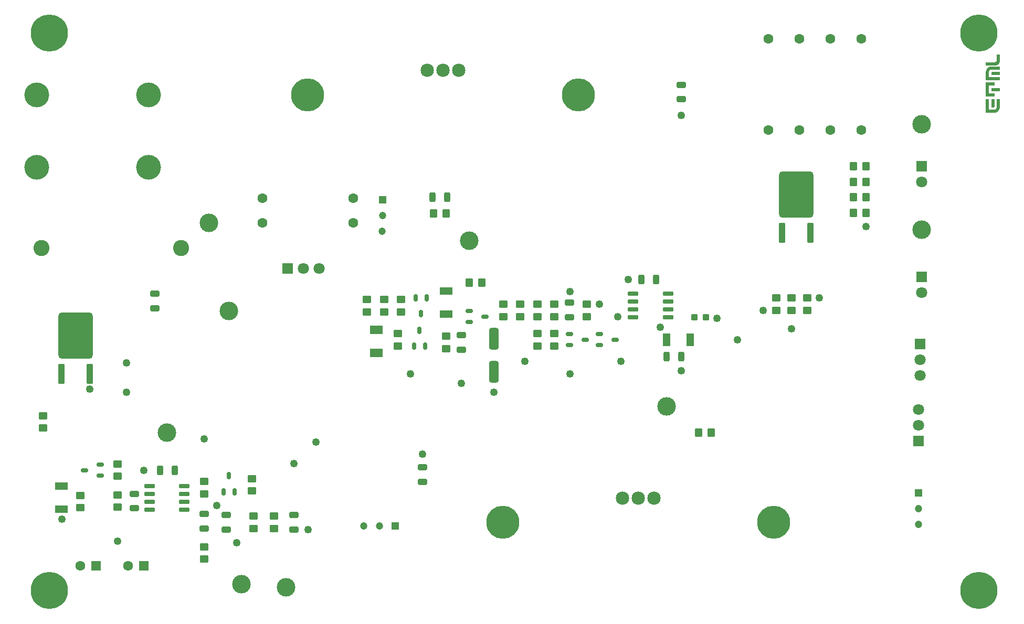
<source format=gts>
G04*
G04 #@! TF.GenerationSoftware,Altium Limited,Altium Designer,23.6.0 (18)*
G04*
G04 Layer_Color=8388736*
%FSLAX44Y44*%
%MOMM*%
G71*
G04*
G04 #@! TF.SameCoordinates,77718BC8-0557-480E-A45E-325B9DFD1D5B*
G04*
G04*
G04 #@! TF.FilePolarity,Negative*
G04*
G01*
G75*
%ADD18R,1.2500X2.0000*%
G04:AMPARAMS|DCode=19|XSize=0.65mm|YSize=1.65mm|CornerRadius=0.0488mm|HoleSize=0mm|Usage=FLASHONLY|Rotation=90.000|XOffset=0mm|YOffset=0mm|HoleType=Round|Shape=RoundedRectangle|*
%AMROUNDEDRECTD19*
21,1,0.6500,1.5525,0,0,90.0*
21,1,0.5525,1.6500,0,0,90.0*
1,1,0.0975,0.7763,0.2763*
1,1,0.0975,0.7763,-0.2763*
1,1,0.0975,-0.7763,-0.2763*
1,1,0.0975,-0.7763,0.2763*
%
%ADD19ROUNDEDRECTD19*%
G04:AMPARAMS|DCode=20|XSize=0.65mm|YSize=1.15mm|CornerRadius=0.1625mm|HoleSize=0mm|Usage=FLASHONLY|Rotation=0.000|XOffset=0mm|YOffset=0mm|HoleType=Round|Shape=RoundedRectangle|*
%AMROUNDEDRECTD20*
21,1,0.6500,0.8250,0,0,0.0*
21,1,0.3250,1.1500,0,0,0.0*
1,1,0.3250,0.1625,-0.4125*
1,1,0.3250,-0.1625,-0.4125*
1,1,0.3250,-0.1625,0.4125*
1,1,0.3250,0.1625,0.4125*
%
%ADD20ROUNDEDRECTD20*%
G04:AMPARAMS|DCode=21|XSize=1.6mm|YSize=3.5mm|CornerRadius=0.4mm|HoleSize=0mm|Usage=FLASHONLY|Rotation=180.000|XOffset=0mm|YOffset=0mm|HoleType=Round|Shape=RoundedRectangle|*
%AMROUNDEDRECTD21*
21,1,1.6000,2.7000,0,0,180.0*
21,1,0.8000,3.5000,0,0,180.0*
1,1,0.8000,-0.4000,1.3500*
1,1,0.8000,0.4000,1.3500*
1,1,0.8000,0.4000,-1.3500*
1,1,0.8000,-0.4000,-1.3500*
%
%ADD21ROUNDEDRECTD21*%
%ADD22R,2.0300X1.4000*%
%ADD23R,2.0000X1.2500*%
G04:AMPARAMS|DCode=24|XSize=1.55mm|YSize=0.95mm|CornerRadius=0.2375mm|HoleSize=0mm|Usage=FLASHONLY|Rotation=90.000|XOffset=0mm|YOffset=0mm|HoleType=Round|Shape=RoundedRectangle|*
%AMROUNDEDRECTD24*
21,1,1.5500,0.4750,0,0,90.0*
21,1,1.0750,0.9500,0,0,90.0*
1,1,0.4750,0.2375,0.5375*
1,1,0.4750,0.2375,-0.5375*
1,1,0.4750,-0.2375,-0.5375*
1,1,0.4750,-0.2375,0.5375*
%
%ADD24ROUNDEDRECTD24*%
G04:AMPARAMS|DCode=25|XSize=1.55mm|YSize=0.95mm|CornerRadius=0.2375mm|HoleSize=0mm|Usage=FLASHONLY|Rotation=180.000|XOffset=0mm|YOffset=0mm|HoleType=Round|Shape=RoundedRectangle|*
%AMROUNDEDRECTD25*
21,1,1.5500,0.4750,0,0,180.0*
21,1,1.0750,0.9500,0,0,180.0*
1,1,0.4750,-0.5375,0.2375*
1,1,0.4750,0.5375,0.2375*
1,1,0.4750,0.5375,-0.2375*
1,1,0.4750,-0.5375,-0.2375*
%
%ADD25ROUNDEDRECTD25*%
G04:AMPARAMS|DCode=26|XSize=1.05mm|YSize=1.1mm|CornerRadius=0.2625mm|HoleSize=0mm|Usage=FLASHONLY|Rotation=270.000|XOffset=0mm|YOffset=0mm|HoleType=Round|Shape=RoundedRectangle|*
%AMROUNDEDRECTD26*
21,1,1.0500,0.5750,0,0,270.0*
21,1,0.5250,1.1000,0,0,270.0*
1,1,0.5250,-0.2875,-0.2625*
1,1,0.5250,-0.2875,0.2625*
1,1,0.5250,0.2875,0.2625*
1,1,0.5250,0.2875,-0.2625*
%
%ADD26ROUNDEDRECTD26*%
G04:AMPARAMS|DCode=27|XSize=1.05mm|YSize=3.3mm|CornerRadius=0.2625mm|HoleSize=0mm|Usage=FLASHONLY|Rotation=180.000|XOffset=0mm|YOffset=0mm|HoleType=Round|Shape=RoundedRectangle|*
%AMROUNDEDRECTD27*
21,1,1.0500,2.7750,0,0,180.0*
21,1,0.5250,3.3000,0,0,180.0*
1,1,0.5250,-0.2625,1.3875*
1,1,0.5250,0.2625,1.3875*
1,1,0.5250,0.2625,-1.3875*
1,1,0.5250,-0.2625,-1.3875*
%
%ADD27ROUNDEDRECTD27*%
G04:AMPARAMS|DCode=28|XSize=0.65mm|YSize=1.15mm|CornerRadius=0.1625mm|HoleSize=0mm|Usage=FLASHONLY|Rotation=90.000|XOffset=0mm|YOffset=0mm|HoleType=Round|Shape=RoundedRectangle|*
%AMROUNDEDRECTD28*
21,1,0.6500,0.8250,0,0,90.0*
21,1,0.3250,1.1500,0,0,90.0*
1,1,0.3250,0.4125,0.1625*
1,1,0.3250,0.4125,-0.1625*
1,1,0.3250,-0.4125,-0.1625*
1,1,0.3250,-0.4125,0.1625*
%
%ADD28ROUNDEDRECTD28*%
G04:AMPARAMS|DCode=29|XSize=1.4mm|YSize=1.2mm|CornerRadius=0.15mm|HoleSize=0mm|Usage=FLASHONLY|Rotation=90.000|XOffset=0mm|YOffset=0mm|HoleType=Round|Shape=RoundedRectangle|*
%AMROUNDEDRECTD29*
21,1,1.4000,0.9000,0,0,90.0*
21,1,1.1000,1.2000,0,0,90.0*
1,1,0.3000,0.4500,0.5500*
1,1,0.3000,0.4500,-0.5500*
1,1,0.3000,-0.4500,-0.5500*
1,1,0.3000,-0.4500,0.5500*
%
%ADD29ROUNDEDRECTD29*%
G04:AMPARAMS|DCode=30|XSize=1.4mm|YSize=1.2mm|CornerRadius=0.15mm|HoleSize=0mm|Usage=FLASHONLY|Rotation=180.000|XOffset=0mm|YOffset=0mm|HoleType=Round|Shape=RoundedRectangle|*
%AMROUNDEDRECTD30*
21,1,1.4000,0.9000,0,0,180.0*
21,1,1.1000,1.2000,0,0,180.0*
1,1,0.3000,-0.5500,0.4500*
1,1,0.3000,0.5500,0.4500*
1,1,0.3000,0.5500,-0.4500*
1,1,0.3000,-0.5500,-0.4500*
%
%ADD30ROUNDEDRECTD30*%
G04:AMPARAMS|DCode=31|XSize=5.55mm|YSize=7.5mm|CornerRadius=0.555mm|HoleSize=0mm|Usage=FLASHONLY|Rotation=180.000|XOffset=0mm|YOffset=0mm|HoleType=Round|Shape=RoundedRectangle|*
%AMROUNDEDRECTD31*
21,1,5.5500,6.3900,0,0,180.0*
21,1,4.4400,7.5000,0,0,180.0*
1,1,1.1100,-2.2200,3.1950*
1,1,1.1100,2.2200,3.1950*
1,1,1.1100,2.2200,-3.1950*
1,1,1.1100,-2.2200,-3.1950*
%
%ADD31ROUNDEDRECTD31*%
%ADD32R,1.6000X1.6000*%
%ADD33C,1.6000*%
%ADD34C,3.0000*%
%ADD35C,1.8000*%
%ADD36R,1.8000X1.8000*%
%ADD37C,2.6000*%
%ADD38C,5.3340*%
%ADD39C,2.1590*%
%ADD40C,6.0000*%
%ADD41C,4.0000*%
%ADD42R,1.8000X1.8000*%
%ADD43R,1.2000X1.2000*%
%ADD44C,1.2000*%
%ADD45R,1.2000X1.2000*%
%ADD46C,1.2500*%
G36*
X1583500Y904779D02*
X1583477Y904638D01*
Y904473D01*
X1583453Y904285D01*
X1583430Y904074D01*
X1583383Y903839D01*
X1583289Y903322D01*
X1583124Y902711D01*
X1582913Y902077D01*
X1582631Y901442D01*
X1582255Y900784D01*
X1582043Y900455D01*
X1581785Y900150D01*
X1581526Y899845D01*
X1581221Y899539D01*
X1580916Y899281D01*
X1580563Y899022D01*
X1580164Y898787D01*
X1579764Y898576D01*
X1579318Y898388D01*
X1578824Y898223D01*
X1578308Y898082D01*
X1577744Y897988D01*
X1577156Y897941D01*
X1576522Y897918D01*
X1560968D01*
Y902922D01*
X1574126D01*
X1574149D01*
X1574173D01*
X1574314D01*
X1574525Y902946D01*
X1574807Y902993D01*
X1575159Y903040D01*
X1575535Y903134D01*
X1575935Y903275D01*
X1576334Y903439D01*
X1576757Y903674D01*
X1577133Y903956D01*
X1577509Y904309D01*
X1577838Y904732D01*
X1578120Y905248D01*
X1578331Y905836D01*
X1578402Y906165D01*
X1578449Y906517D01*
X1578496Y906893D01*
Y915445D01*
X1583500D01*
Y904779D01*
D02*
G37*
G36*
Y882576D02*
X1569732D01*
Y885043D01*
X1569755Y885184D01*
X1569779Y885348D01*
X1569849Y885536D01*
X1569920Y885771D01*
X1570037Y886006D01*
X1570178Y886264D01*
X1570343Y886499D01*
X1570578Y886758D01*
X1570860Y886969D01*
X1571189Y887181D01*
X1571588Y887345D01*
X1572034Y887463D01*
X1572551Y887557D01*
X1573162Y887580D01*
X1583500D01*
Y882576D01*
D02*
G37*
G36*
Y891339D02*
X1570296D01*
X1569896D01*
X1569544Y891292D01*
X1569192Y891222D01*
X1568863Y891151D01*
X1568299Y890940D01*
X1567805Y890658D01*
X1567382Y890329D01*
X1567030Y889977D01*
X1566748Y889577D01*
X1566513Y889178D01*
X1566325Y888778D01*
X1566208Y888379D01*
X1566114Y888027D01*
X1566043Y887698D01*
X1565996Y887416D01*
X1565973Y887204D01*
Y878817D01*
X1583500D01*
Y873812D01*
X1560968D01*
Y887016D01*
X1560992Y887862D01*
X1561062Y888661D01*
X1561203Y889413D01*
X1561368Y890094D01*
X1561579Y890752D01*
X1561838Y891339D01*
X1562120Y891903D01*
X1562425Y892420D01*
X1562777Y892890D01*
X1563130Y893313D01*
X1563506Y893712D01*
X1563929Y894065D01*
X1564328Y894394D01*
X1564751Y894676D01*
X1565197Y894958D01*
X1565620Y895169D01*
X1566067Y895380D01*
X1566490Y895568D01*
X1566936Y895709D01*
X1567335Y895850D01*
X1568134Y896062D01*
X1568487Y896132D01*
X1568839Y896203D01*
X1569145Y896250D01*
X1569427Y896273D01*
X1569685Y896320D01*
X1569896D01*
X1570061Y896344D01*
X1570202D01*
X1570272D01*
X1570296D01*
X1583500D01*
Y891339D01*
D02*
G37*
G36*
Y856426D02*
X1569732D01*
Y861430D01*
X1583500D01*
Y856426D01*
D02*
G37*
G36*
X1574736Y865189D02*
X1565973D01*
Y852667D01*
X1574736D01*
Y847662D01*
X1560968D01*
Y870194D01*
X1574736D01*
Y865189D01*
D02*
G37*
G36*
Y831263D02*
X1574713Y831122D01*
X1574666Y830910D01*
X1574572Y830699D01*
X1574431Y830464D01*
X1574220Y830252D01*
X1574079Y830182D01*
X1573891Y830111D01*
X1573703Y830088D01*
X1573491Y830064D01*
X1569732D01*
Y843832D01*
X1574736D01*
Y831263D01*
D02*
G37*
G36*
X1583500Y831075D02*
X1583477Y830887D01*
X1583453Y830652D01*
X1583430Y830393D01*
X1583406Y830088D01*
X1583336Y829735D01*
X1583265Y829383D01*
X1583195Y828984D01*
X1582983Y828138D01*
X1582819Y827691D01*
X1582654Y827245D01*
X1582466Y826775D01*
X1582255Y826305D01*
X1581996Y825835D01*
X1581714Y825365D01*
X1581409Y824919D01*
X1581057Y824473D01*
X1580681Y824026D01*
X1580258Y823627D01*
X1579788Y823227D01*
X1579271Y822875D01*
X1578730Y822523D01*
X1578120Y822217D01*
X1577485Y821959D01*
X1576804Y821724D01*
X1576052Y821559D01*
X1575253Y821418D01*
X1574407Y821324D01*
X1573491Y821301D01*
X1560968D01*
Y843832D01*
X1565973D01*
Y826305D01*
X1565996D01*
X1566020D01*
X1566090D01*
X1566208D01*
X1566372D01*
X1566607D01*
X1566913D01*
X1567101D01*
X1567312D01*
X1567547D01*
X1567829D01*
X1568111D01*
X1568416D01*
X1568769D01*
X1569145D01*
X1569568D01*
X1570014D01*
X1570507D01*
X1571024D01*
X1571564D01*
X1572175D01*
X1572810D01*
X1573491D01*
X1573515D01*
X1573538D01*
X1573609D01*
X1573703D01*
X1573961Y826329D01*
X1574267Y826376D01*
X1574666Y826470D01*
X1575089Y826564D01*
X1575535Y826728D01*
X1576005Y826939D01*
X1576475Y827198D01*
X1576921Y827527D01*
X1577344Y827926D01*
X1577720Y828420D01*
X1577885Y828702D01*
X1578049Y828984D01*
X1578167Y829313D01*
X1578284Y829665D01*
X1578378Y830041D01*
X1578449Y830440D01*
X1578472Y830863D01*
X1578496Y831310D01*
Y843832D01*
X1583500D01*
Y831075D01*
D02*
G37*
D18*
X1083750Y455000D02*
D03*
X1046250D02*
D03*
D19*
X991750Y529050D02*
D03*
Y516350D02*
D03*
Y503650D02*
D03*
Y490950D02*
D03*
X1048250Y529050D02*
D03*
Y516350D02*
D03*
Y503650D02*
D03*
Y490950D02*
D03*
X268250Y180950D02*
D03*
Y193650D02*
D03*
Y206350D02*
D03*
Y219050D02*
D03*
X211750Y180950D02*
D03*
Y193650D02*
D03*
Y206350D02*
D03*
Y219050D02*
D03*
D20*
X659000Y522750D02*
D03*
X641000D02*
D03*
X650000Y497250D02*
D03*
X656500Y444750D02*
D03*
X638500D02*
D03*
X647500Y470250D02*
D03*
X331000Y209750D02*
D03*
X349000D02*
D03*
X340000Y235250D02*
D03*
D21*
X767500Y457000D02*
D03*
Y403000D02*
D03*
D22*
X577500Y434100D02*
D03*
Y470900D02*
D03*
D23*
X690000Y496250D02*
D03*
Y533750D02*
D03*
X70000Y181250D02*
D03*
Y218750D02*
D03*
D24*
X668250Y685000D02*
D03*
X691750D02*
D03*
X1028750Y552500D02*
D03*
X1005250D02*
D03*
X1046250Y427500D02*
D03*
X1069750D02*
D03*
X229284Y244404D02*
D03*
X252784D02*
D03*
D25*
X220000Y505750D02*
D03*
Y529250D02*
D03*
X652324Y225750D02*
D03*
Y249250D02*
D03*
X1070000Y843250D02*
D03*
Y866750D02*
D03*
X445000Y148250D02*
D03*
Y171750D02*
D03*
X715000Y438750D02*
D03*
Y462250D02*
D03*
X889500Y491700D02*
D03*
Y515200D02*
D03*
X187500Y182850D02*
D03*
Y206350D02*
D03*
X300000Y150000D02*
D03*
Y173500D02*
D03*
X335250Y148250D02*
D03*
Y171750D02*
D03*
D26*
X1091000Y490950D02*
D03*
X1109000D02*
D03*
D27*
X69772Y400000D02*
D03*
X115372D02*
D03*
X1232500Y627500D02*
D03*
X1278100D02*
D03*
D28*
X937250Y464000D02*
D03*
Y446000D02*
D03*
X962750Y455000D02*
D03*
X889500Y464000D02*
D03*
Y446000D02*
D03*
X915000Y455000D02*
D03*
X107250Y244404D02*
D03*
X132750Y235404D02*
D03*
Y253404D02*
D03*
X727250Y501500D02*
D03*
Y483500D02*
D03*
X752750Y492500D02*
D03*
D29*
X670000Y658598D02*
D03*
X690000D02*
D03*
X1347500Y735000D02*
D03*
X1367500D02*
D03*
X1097500Y305000D02*
D03*
X1117500D02*
D03*
X1347500Y710000D02*
D03*
X1367500D02*
D03*
X1347500Y685000D02*
D03*
X1367500D02*
D03*
X1347500Y660000D02*
D03*
X1367500D02*
D03*
X727500Y547500D02*
D03*
X747500D02*
D03*
D30*
X40000Y332500D02*
D03*
Y312500D02*
D03*
X1247500Y522500D02*
D03*
Y502500D02*
D03*
X1272500Y522500D02*
D03*
Y502500D02*
D03*
X1222500D02*
D03*
Y522500D02*
D03*
X562500Y520000D02*
D03*
Y500000D02*
D03*
X590000D02*
D03*
Y520000D02*
D03*
X837500Y492500D02*
D03*
Y512500D02*
D03*
X865000D02*
D03*
Y492500D02*
D03*
X617500Y520000D02*
D03*
Y500000D02*
D03*
X810000Y492500D02*
D03*
Y512500D02*
D03*
X917500Y492500D02*
D03*
Y512500D02*
D03*
X782500D02*
D03*
Y492500D02*
D03*
X690000Y460500D02*
D03*
Y440500D02*
D03*
X865000Y465000D02*
D03*
Y445000D02*
D03*
X612500D02*
D03*
Y465000D02*
D03*
X837500Y444750D02*
D03*
Y464750D02*
D03*
X380000Y170000D02*
D03*
Y150000D02*
D03*
X100000Y203650D02*
D03*
Y183650D02*
D03*
X160000Y234404D02*
D03*
Y254404D02*
D03*
X376874Y230800D02*
D03*
Y210800D02*
D03*
X300000Y100800D02*
D03*
Y120800D02*
D03*
Y226204D02*
D03*
Y206204D02*
D03*
X412424Y150000D02*
D03*
Y170000D02*
D03*
X160000Y184404D02*
D03*
Y204404D02*
D03*
D31*
X92572Y461500D02*
D03*
X1255300Y689000D02*
D03*
D32*
X202700Y90000D02*
D03*
X125450D02*
D03*
D33*
X177300D02*
D03*
X100050D02*
D03*
X393801Y643598D02*
D03*
X540801D02*
D03*
X393801Y683598D02*
D03*
X540801D02*
D03*
X1210000Y793801D02*
D03*
Y940801D02*
D03*
X1260000Y793801D02*
D03*
Y940801D02*
D03*
X1310000Y793801D02*
D03*
Y940801D02*
D03*
X1360000Y793801D02*
D03*
Y940801D02*
D03*
D34*
X1457500Y632500D02*
D03*
Y802500D02*
D03*
X307500Y643598D02*
D03*
X432500Y55187D02*
D03*
X340000Y501786D02*
D03*
X727500Y614609D02*
D03*
X1046250Y347500D02*
D03*
X240043Y305000D02*
D03*
X360000Y60000D02*
D03*
D35*
X1457500Y710000D02*
D03*
Y531100D02*
D03*
X1455000Y397100D02*
D03*
Y422500D02*
D03*
X1452500Y342500D02*
D03*
Y317100D02*
D03*
X460000Y570000D02*
D03*
X485400D02*
D03*
D36*
X1457500Y735400D02*
D03*
Y556500D02*
D03*
X1455000Y447900D02*
D03*
X1452500Y291700D02*
D03*
D37*
X37500Y603460D02*
D03*
X262500D02*
D03*
D38*
X466960Y850630D02*
D03*
X903840D02*
D03*
X781560Y160000D02*
D03*
X1218440D02*
D03*
D39*
X710800Y890000D02*
D03*
X660000D02*
D03*
X685400D02*
D03*
X1025400Y199370D02*
D03*
X1000000D02*
D03*
X974600D02*
D03*
D40*
X50000Y50000D02*
D03*
Y950000D02*
D03*
X1550000D02*
D03*
Y50000D02*
D03*
D41*
X30000Y850000D02*
D03*
X210000D02*
D03*
X30000Y733460D02*
D03*
X210000D02*
D03*
D42*
X434600Y570000D02*
D03*
D43*
X1452500Y207500D02*
D03*
X587500Y680800D02*
D03*
D44*
X1452500Y182100D02*
D03*
X1452450Y156700D02*
D03*
X582900Y154681D02*
D03*
X557500Y154731D02*
D03*
X587500Y655400D02*
D03*
X587450Y630000D02*
D03*
D45*
X608300Y154681D02*
D03*
D46*
X202700Y244404D02*
D03*
X160000Y130000D02*
D03*
X983719Y552500D02*
D03*
X175000Y370000D02*
D03*
X115372Y375000D02*
D03*
X467500Y148680D02*
D03*
X1367602Y637500D02*
D03*
X1292500Y522500D02*
D03*
X1247500Y472500D02*
D03*
X1201398Y502500D02*
D03*
X652500Y270000D02*
D03*
X1035732Y475000D02*
D03*
X890000Y532500D02*
D03*
X632395Y400000D02*
D03*
X715000Y385000D02*
D03*
X767500Y370000D02*
D03*
X817500Y420000D02*
D03*
X890000Y400000D02*
D03*
X972259Y420000D02*
D03*
X1070000Y405000D02*
D03*
X1127500Y489509D02*
D03*
X1070000Y817500D02*
D03*
X967500Y492500D02*
D03*
X937500Y512500D02*
D03*
X1160000Y455000D02*
D03*
X480000Y290000D02*
D03*
X445000Y255000D02*
D03*
X175000Y417500D02*
D03*
X352500Y127500D02*
D03*
X300086Y295000D02*
D03*
X320000Y187500D02*
D03*
X70521Y165000D02*
D03*
M02*

</source>
